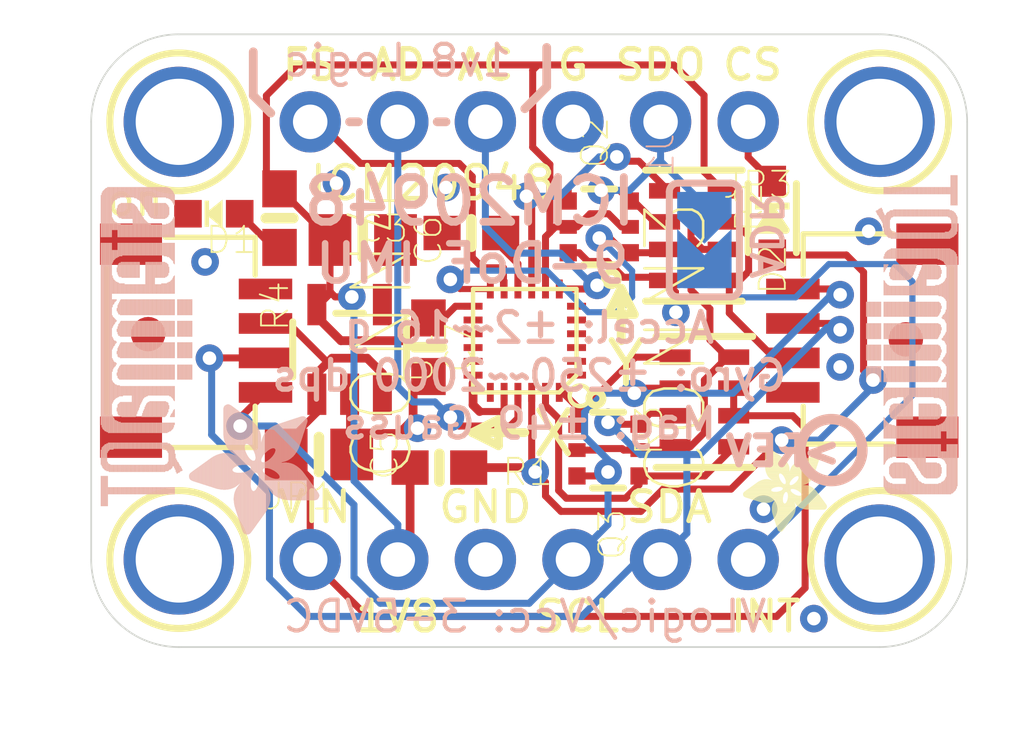
<source format=kicad_pcb>
(kicad_pcb (version 20211014) (generator pcbnew)
  (layers (0 "F.Cu" signal) (31 "B.Cu" signal) (34 "B.Paste" user) (35 "F.Paste" user) (36 "B.SilkS" user "B.Silkscreen") (37 "F.SilkS" user "F.Silkscreen") (38 "B.Mask" user) (39 "F.Mask" user) (44 "Edge.Cuts" user))
  (net 0 "")
  (net 1 "GND")
  (net 2 "VIN")
  (net 3 "INT")
  (net 4 "CS")
  (net 5 "CS_1.8V")
  (net 6 "SDO/ADR_1.8V")
  (net 7 "SDI/SDA")
  (net 8 "SCK/SCL")
  (net 9 "FSYNC")
  (net 10 "AUX_SCL")
  (net 11 "AUX_SDA")
  (net 12 "SCK/SCL_1.8V")
  (net 13 "SDI/SDA_1.8V")
  (net 14 "REGOUT")
  (net 15 "1.8V")
  (net 16 "SDO/ADR")
  (net 17 "N$1")
  (net 18 "INT_1.8V")
  (footprint "Adafruit ICM20948:0805-NO" (layer "F.Cu") (at 142.4051 108.3056)
    (fp_text reference "C5" (at 1.905 -0.762 90) (layer "F.SilkS") (effects (font (size 0.75948 0.75948) (thickness 0.05332)) (justify right)))
    (fp_text value "10uF")
    (pad "1" smd rect (at -0.95 0) (size 1.24 1.5) (layers "F.Cu" "F.Paste" "F.Mask") (net 2 "VIN"))
    (pad "2" smd rect (at 0.95 0) (size 1.24 1.5) (layers "F.Cu" "F.Paste" "F.Mask") (net 1 "GND"))
  )
  (footprint "Adafruit ICM20948:CHIPLED_0603_NOOUTLINE" (layer "F.Cu") (at 139.3571 101.3206 90)
    (fp_text reference "D1" (at -0.762 1.27) (layer "F.SilkS") (effects (font (size 0.75948 0.75948) (thickness 0.05332)) (justify right)))
    (fp_text value "RED")
    (pad "A" smd rect (at 0 0.75 90) (size 0.8 0.8) (layers "F.Cu" "F.Paste" "F.Mask") (net 17 "N$1"))
    (pad "C" smd rect (at 0 -0.75 90) (size 0.8 0.8) (layers "F.Cu" "F.Paste" "F.Mask") (net 1 "GND"))
  )
  (footprint "Adafruit ICM20948:FIDUCIAL_1MM" (layer "F.Cu") (at 159.4231 104.9655)
    (fp_text reference "FID4" hide)
    (fp_text value "FIDUCIAL_1MM" hide)
    (pad "1" smd roundrect (at 0 0) (size 1 1) (layers "F.Cu" "F.Mask") (roundrect_rratio 0.5))
  )
  (footprint "Adafruit ICM20948:SOT363" (layer "F.Cu") (at 150.5331 101.7016 90)
    (fp_text reference "Q2" (at 1.651 -0.127 90) (layer "F.SilkS") (effects (font (size 0.75948 0.75948) (thickness 0.05332)) (justify left)))
    (fp_text value "BSS138")
    (pad "1" smd rect (at -0.75 0.9 90) (size 0.5 0.5) (layers "F.Cu" "F.Paste" "F.Mask") (net 18 "INT_1.8V"))
    (pad "2" smd rect (at 0 0.9 90) (size 0.4 0.5) (layers "F.Cu" "F.Paste" "F.Mask") (net 15 "1.8V"))
    (pad "3" smd rect (at 0.75 0.9 90) (size 0.5 0.5) (layers "F.Cu" "F.Paste" "F.Mask") (net 16 "SDO/ADR"))
    (pad "4" smd rect (at 0.75 -0.9 90) (size 0.5 0.5) (layers "F.Cu" "F.Paste" "F.Mask") (net 6 "SDO/ADR_1.8V"))
    (pad "5" smd rect (at 0 -0.9 90) (size 0.4 0.5) (layers "F.Cu" "F.Paste" "F.Mask") (net 15 "1.8V"))
    (pad "6" smd rect (at -0.75 -0.9 90) (size 0.5 0.5) (layers "F.Cu" "F.Paste" "F.Mask") (net 3 "INT"))
  )
  (footprint "Adafruit ICM20948:MOUNTINGHOLE_2.5_PLATED" (layer "F.Cu") (at 158.6611 98.6536)
    (fp_text reference "U$39" hide)
    (fp_text value "MOUNTINGHOLE2.5" hide)
    (pad "P$1" thru_hole circle (at 0 0) (size 3.2 3.2) (drill 2.5) (layers *.Cu *.Mask))
  )
  (footprint "Adafruit ICM20948:0603-NO" (layer "F.Cu") (at 145.5801 105.1941 -90)
    (fp_text reference "C7" (at -0.762 -0.889 90) (layer "F.SilkS") (effects (font (size 0.75948 0.75948) (thickness 0.05332)) (justify right)))
    (fp_text value "0.1uF")
    (pad "1" smd rect (at -0.85 0 270) (size 1.075 1) (layers "F.Cu" "F.Paste" "F.Mask") (net 15 "1.8V"))
    (pad "2" smd rect (at 0.85 0 270) (size 1.075 1) (layers "F.Cu" "F.Paste" "F.Mask") (net 1 "GND"))
  )
  (footprint "Adafruit ICM20948:0805-NO" (layer "F.Cu") (at 143.6751 102.0826)
    (fp_text reference "C6" (at 1.905 -0.762 90) (layer "F.SilkS") (effects (font (size 0.75948 0.75948) (thickness 0.05332)) (justify right)))
    (fp_text value "10uF")
    (pad "1" smd rect (at -0.95 0) (size 1.24 1.5) (layers "F.Cu" "F.Paste" "F.Mask") (net 15 "1.8V"))
    (pad "2" smd rect (at 0.95 0) (size 1.24 1.5) (layers "F.Cu" "F.Paste" "F.Mask") (net 1 "GND"))
  )
  (footprint "Adafruit ICM20948:JST_SH4" (layer "F.Cu") (at 138.3411 105.0036 -90)
    (fp_text reference "CONN4" (at -4.6 -5.9 90) (layer "F.SilkS") (effects (font (size 1.703222 1.703222) (thickness 0.074778)) (justify right)))
    (fp_text value "STEMMA_I2C_QT" hide)
    (pad "1" smd rect (at -1.5 -2.514) (size 1.55 0.6) (layers "F.Cu" "F.Paste" "F.Mask") (net 1 "GND"))
    (pad "2" smd rect (at -0.5 -2.514) (size 1.55 0.6) (layers "F.Cu" "F.Paste" "F.Mask") (net 2 "VIN"))
    (pad "3" smd rect (at 0.5 -2.514) (size 1.55 0.6) (layers "F.Cu" "F.Paste" "F.Mask") (net 7 "SDI/SDA"))
    (pad "4" smd rect (at 1.5 -2.514) (size 1.55 0.6) (layers "F.Cu" "F.Paste" "F.Mask") (net 8 "SCK/SCL"))
    (pad "MT1" smd rect (at -2.8 1.386) (size 1.8 1.2) (layers "F.Cu" "F.Paste" "F.Mask") (net 1 "GND"))
    (pad "MT2" smd rect (at 2.8 1.386) (size 1.8 1.2) (layers "F.Cu" "F.Paste" "F.Mask") (net 1 "GND"))
  )
  (footprint "Adafruit ICM20948:RESPACK_4X0603" (layer "F.Cu") (at 153.2763 101.9556 -90)
    (fp_text reference "R2" (at -1.6 -1.6 90) (layer "F.SilkS") (effects (font (size 0.75948 0.75948) (thickness 0.05332)) (justify right)))
    (fp_text value "4.7K")
    (pad "1" smd rect (at -1.3 0.85 270) (size 0.45 0.9) (layers "F.Cu" "F.Paste" "F.Mask") (net 6 "SDO/ADR_1.8V"))
    (pad "2" smd rect (at -0.4 0.85 270) (size 0.45 0.9) (layers "F.Cu" "F.Paste" "F.Mask") (net 16 "SDO/ADR"))
    (pad "3" smd rect (at 0.4 0.85 270) (size 0.45 0.9) (layers "F.Cu" "F.Paste" "F.Mask") (net 18 "INT_1.8V"))
    (pad "4" smd rect (at 1.3 0.85 270) (size 0.45 0.9) (layers "F.Cu" "F.Paste" "F.Mask") (net 3 "INT"))
    (pad "5" smd rect (at 1.3 -0.85 270) (size 0.45 0.9) (layers "F.Cu" "F.Paste" "F.Mask") (net 2 "VIN"))
    (pad "6" smd rect (at 0.4 -0.85 270) (size 0.45 0.9) (layers "F.Cu" "F.Paste" "F.Mask") (net 15 "1.8V"))
    (pad "7" smd rect (at -0.4 -0.85 270) (size 0.45 0.9) (layers "F.Cu" "F.Paste" "F.Mask") (net 2 "VIN"))
    (pad "8" smd rect (at -1.3 -0.85 270) (size 0.45 0.9) (layers "F.Cu" "F.Paste" "F.Mask") (net 15 "1.8V"))
  )
  (footprint "Adafruit ICM20948:MOUNTINGHOLE_2.5_PLATED" (layer "F.Cu") (at 138.3411 111.3536)
    (fp_text reference "U$41" hide)
    (fp_text value "MOUNTINGHOLE2.5" hide)
    (pad "P$1" thru_hole circle (at 0 0) (size 3.2 3.2) (drill 2.5) (layers *.Cu *.Mask))
  )
  (footprint "Adafruit ICM20948:FIDUCIAL_1MM" (layer "F.Cu") (at 137.4521 104.8131)
    (fp_text reference "FID2" hide)
    (fp_text value "FIDUCIAL_1MM" hide)
    (pad "1" smd roundrect (at 0 0) (size 1 1) (layers "F.Cu" "F.Mask") (roundrect_rratio 0.5))
  )
  (footprint "Adafruit ICM20948:0603-NO" (layer "F.Cu") (at 145.8976 108.6866)
    (fp_text reference "R1" (at 1.778 0.127) (layer "F.SilkS") (effects (font (size 0.75948 0.75948) (thickness 0.05332)) (justify left)))
    (fp_text value "10K")
    (pad "1" smd rect (at -0.85 0) (size 1.075 1) (layers "F.Cu" "F.Paste" "F.Mask") (net 15 "1.8V"))
    (pad "2" smd rect (at 0.85 0) (size 1.075 1) (layers "F.Cu" "F.Paste" "F.Mask") (net 5 "CS_1.8V"))
  )
  (footprint "Adafruit ICM20948:MOUNTINGHOLE_2.5_PLATED" (layer "F.Cu") (at 138.3411 98.6536)
    (fp_text reference "U$38" hide)
    (fp_text value "MOUNTINGHOLE2.5" hide)
    (pad "P$1" thru_hole circle (at 0 0) (size 3.2 3.2) (drill 2.5) (layers *.Cu *.Mask))
  )
  (footprint "Adafruit ICM20948:JST_SH4" (layer "F.Cu") (at 158.6611 105.0036 90)
    (fp_text reference "CONN3" (at -4.6 -5.9 90) (layer "F.SilkS") (effects (font (size 1.703222 1.703222) (thickness 0.074778)) (justify left)))
    (fp_text value "STEMMA_I2C_QT" hide)
    (pad "1" smd rect (at -1.5 -2.514 180) (size 1.55 0.6) (layers "F.Cu" "F.Paste" "F.Mask") (net 1 "GND"))
    (pad "2" smd rect (at -0.5 -2.514 180) (size 1.55 0.6) (layers "F.Cu" "F.Paste" "F.Mask") (net 2 "VIN"))
    (pad "3" smd rect (at 0.5 -2.514 180) (size 1.55 0.6) (layers "F.Cu" "F.Paste" "F.Mask") (net 7 "SDI/SDA"))
    (pad "4" smd rect (at 1.5 -2.514 180) (size 1.55 0.6) (layers "F.Cu" "F.Paste" "F.Mask") (net 8 "SCK/SCL"))
    (pad "MT1" smd rect (at -2.8 1.386 180) (size 1.8 1.2) (layers "F.Cu" "F.Paste" "F.Mask") (net 1 "GND"))
    (pad "MT2" smd rect (at 2.8 1.386 180) (size 1.8 1.2) (layers "F.Cu" "F.Paste" "F.Mask") (net 1 "GND"))
  )
  (footprint "Adafruit ICM20948:RESPACK_4X0603" (layer "F.Cu") (at 153.5811 106.7816 90)
    (fp_text reference "R3" (at -1.6 -1.6 90) (layer "F.SilkS") (effects (font (size 0.75948 0.75948) (thickness 0.05332)) (justify left)))
    (fp_text value "10K")
    (pad "1" smd rect (at -1.3 0.85 90) (size 0.45 0.9) (layers "F.Cu" "F.Paste" "F.Mask") (net 12 "SCK/SCL_1.8V"))
    (pad "2" smd rect (at -0.4 0.85 90) (size 0.45 0.9) (layers "F.Cu" "F.Paste" "F.Mask") (net 2 "VIN"))
    (pad "3" smd rect (at 0.4 0.85 90) (size 0.45 0.9) (layers "F.Cu" "F.Paste" "F.Mask") (net 2 "VIN"))
    (pad "4" smd rect (at 1.3 0.85 90) (size 0.45 0.9) (layers "F.Cu" "F.Paste" "F.Mask") (net 15 "1.8V"))
    (pad "5" smd rect (at 1.3 -0.85 90) (size 0.45 0.9) (layers "F.Cu" "F.Paste" "F.Mask") (net 13 "SDI/SDA_1.8V"))
    (pad "6" smd rect (at 0.4 -0.85 90) (size 0.45 0.9) (layers "F.Cu" "F.Paste" "F.Mask") (net 8 "SCK/SCL"))
    (pad "7" smd rect (at -0.4 -0.85 90) (size 0.45 0.9) (layers "F.Cu" "F.Paste" "F.Mask") (net 7 "SDI/SDA"))
    (pad "8" smd rect (at -1.3 -0.85 90) (size 0.45 0.9) (layers "F.Cu" "F.Paste" "F.Mask") (net 15 "1.8V"))
  )
  (footprint "Adafruit ICM20948:SOT363" (layer "F.Cu") (at 150.7871 108.1786 -90)
    (fp_text reference "Q3" (at 1.651 -0.127 90) (layer "F.SilkS") (effects (font (size 0.75948 0.75948) (thickness 0.05332)) (justify right)))
    (fp_text value "BSS138")
    (pad "1" smd rect (at -0.75 0.9 270) (size 0.5 0.5) (layers "F.Cu" "F.Paste" "F.Mask") (net 13 "SDI/SDA_1.8V"))
    (pad "2" smd rect (at 0 0.9 270) (size 0.4 0.5) (layers "F.Cu" "F.Paste" "F.Mask") (net 15 "1.8V"))
    (pad "3" smd rect (at 0.75 0.9 270) (size 0.5 0.5) (layers "F.Cu" "F.Paste" "F.Mask") (net 8 "SCK/SCL"))
    (pad "4" smd rect (at 0.75 -0.9 270) (size 0.5 0.5) (layers "F.Cu" "F.Paste" "F.Mask") (net 12 "SCK/SCL_1.8V"))
    (pad "5" smd rect (at 0 -0.9 270) (size 0.4 0.5) (layers "F.Cu" "F.Paste" "F.Mask") (net 15 "1.8V"))
    (pad "6" smd rect (at -0.75 -0.9 270) (size 0.5 0.5) (layers "F.Cu" "F.Paste" "F.Mask") (net 7 "SDI/SDA"))
  )
  (footprint "Adafruit ICM20948:0603-NO" (layer "F.Cu") (at 146.8247 101.8794 180)
    (fp_text reference "C3" (at 1.778 0.127) (layer "F.SilkS") (effects (font (size 0.75948 0.75948) (thickness 0.05332)) (justify right)))
    (fp_text value "0.1uF")
    (pad "1" smd rect (at -0.85 0 180) (size 1.075 1) (layers "F.Cu" "F.Paste" "F.Mask") (net 14 "REGOUT"))
    (pad "2" smd rect (at 0.85 0 180) (size 1.075 1) (layers "F.Cu" "F.Paste" "F.Mask") (net 1 "GND"))
  )
  (footprint "Adafruit ICM20948:SOD-323_MINI" (layer "F.Cu") (at 155.5496 101.4476 -90)
    (fp_text reference "D2" (at 0.716 -0.016 90) (layer "F.SilkS") (effects (font (size 0.75948 0.75948) (thickness 0.05332)) (justify right)))
    (fp_text value "1n4148")
    (pad "A" smd rect (at 1.07 0 270) (size 0.9 0.8) (layers "F.Cu" "F.Paste" "F.Mask") (net 5 "CS_1.8V"))
    (pad "C" smd rect (at -1.07 0 270) (size 0.9 0.8) (layers "F.Cu" "F.Paste" "F.Mask") (net 4 "CS"))
  )
  (footprint "Adafruit ICM20948:ADAFRUIT_2.5MM" (layer "F.Cu") (at 157.1371 108.1151 180)
    (fp_text reference "U$2" hide)
    (fp_text value "" hide)
  )
  (footprint "Adafruit ICM20948:MOUNTINGHOLE_2.5_PLATED" (layer "F.Cu") (at 158.6611 111.3536)
    (fp_text reference "U$42" hide)
    (fp_text value "MOUNTINGHOLE2.5" hide)
    (pad "P$1" thru_hole circle (at 0 0) (size 3.2 3.2) (drill 2.5) (layers *.Cu *.Mask))
  )
  (footprint "Adafruit ICM20948:1X06_ROUND_70" (layer "F.Cu") (at 148.5011 98.6536 180)
    (fp_text reference "JP3" (at -7.6962 -1.8288) (layer "F.SilkS") (effects (font (size 0.75948 0.75948) (thickness 0.05332)) (justify right)))
    (fp_text value "")
    (pad "1" thru_hole circle (at -6.35 0 270) (size 1.778 1.778) (drill 1) (layers *.Cu *.Mask) (net 4 "CS"))
    (pad "2" thru_hole circle (at -3.81 0 270) (size 1.778 1.778) (drill 1) (layers *.Cu *.Mask) (net 16 "SDO/ADR"))
    (pad "3" thru_hole circle (at -1.27 0 270) (size 1.778 1.778) (drill 1) (layers *.Cu *.Mask) (net 1 "GND"))
    (pad "4" thru_hole circle (at 1.27 0 270) (size 1.778 1.778) (drill 1) (layers *.Cu *.Mask) (net 10 "AUX_SCL"))
    (pad "5" thru_hole circle (at 3.81 0 270) (size 1.778 1.778) (drill 1) (layers *.Cu *.Mask) (net 11 "AUX_SDA"))
    (pad "6" thru_hole circle (at 6.35 0 270) (size 1.778 1.778) (drill 1) (layers *.Cu *.Mask) (net 9 "FSYNC"))
  )
  (footprint "Adafruit ICM20948:1X06_ROUND_70" (layer "F.Cu") (at 148.5011 111.3536)
    (fp_text reference "JP1" (at -7.6962 -1.8288) (layer "F.SilkS") (effects (font (size 0.75948 0.75948) (thickness 0.05332)) (justify left)))
    (fp_text value "")
    (pad "1" thru_hole circle (at -6.35 0 90) (size 1.778 1.778) (drill 1) (layers *.Cu *.Mask) (net 2 "VIN"))
    (pad "2" thru_hole circle (at -3.81 0 90) (size 1.778 1.778) (drill 1) (layers *.Cu *.Mask) (net 15 "1.8V"))
    (pad "3" thru_hole circle (at -1.27 0 90) (size 1.778 1.778) (drill 1) (layers *.Cu *.Mask) (net 1 "GND"))
    (pad "4" thru_hole circle (at 1.27 0 90) (size 1.778 1.778) (drill 1) (layers *.Cu *.Mask) (net 8 "SCK/SCL"))
    (pad "5" thru_hole circle (at 3.81 0 90) (size 1.778 1.778) (drill 1) (layers *.Cu *.Mask) (net 7 "SDI/SDA"))
    (pad "6" thru_hole circle (at 6.35 0 90) (size 1.778 1.778) (drill 1) (layers *.Cu *.Mask) (net 3 "INT"))
  )
  (footprint "Adafruit ICM20948:0603-NO" (layer "F.Cu") (at 141.2621 101.4476 -90)
    (fp_text reference "R4" (at 1.778 0.127 90) (layer "F.SilkS") (effects (font (size 0.75948 0.75948) (thickness 0.05332)) (justify right)))
    (fp_text value "1K")
    (pad "1" smd rect (at -0.85 0 270) (size 1.075 1) (layers "F.Cu" "F.Paste" "F.Mask") (net 15 "1.8V"))
    (pad "2" smd rect (at 0.85 0 270) (size 1.075 1) (layers "F.Cu" "F.Paste" "F.Mask") (net 17 "N$1"))
  )
  (footprint "Adafruit ICM20948:QFN24_3MM_NOEP" (layer "F.Cu") (at 148.3741 105.0036 180)
    (fp_text reference "U$21" hide)
    (fp_text value "MPU-9250_ICM20948" hide)
    (pad "1" smd rect (at -1.5 -1 270) (size 0.2 0.55) (layers "F.Cu" "F.Paste" "F.Mask"))
    (pad "2" smd rect (at -1.5 -0.6 270) (size 0.2 0.55) (layers "F.Cu" "F.Paste" "F.Mask"))
    (pad "3" smd rect (at -1.5 -0.2 270) (size 0.2 0.55) (layers "F.Cu" "F.Paste" "F.Mask"))
    (pad "4" smd rect (at -1.5 0.2 270) (size 0.2 0.55) (layers "F.Cu" "F.Paste" "F.Mask"))
    (pad "5" smd rect (at -1.5 0.6 270) (size 0.2 0.55) (layers "F.Cu" "F.Paste" "F.Mask"))
    (pad "6" smd rect (at -1.5 1 270) (size 0.2 0.55) (layers "F.Cu" "F.Paste" "F.Mask"))
    (pad "7" smd rect (at -1 1.5) (size 0.2 0.55) (layers "F.Cu" "F.Paste" "F.Mask") (net 10 "AUX_SCL"))
    (pad "8" smd rect (at -0.6 1.5) (size 0.2 0.55) (layers "F.Cu" "F.Paste" "F.Mask") (net 15 "1.8V"))
    (pad "9" smd rect (at -0.2 1.5) (size 0.2 0.55) (layers "F.Cu" "F.Paste" "F.Mask") (net 6 "SDO/ADR_1.8V"))
    (pad "10" smd rect (at 0.2 1.5) (size 0.2 0.55) (layers "F.Cu" "F.Paste" "F.Mask") (net 14 "REGOUT"))
    (pad "11" smd rect (at 0.6 1.5) (size 0.2 0.55) (layers "F.Cu" "F.Paste" "F.Mask") (net 9 "FSYNC"))
    (pad "12" smd rect (at 1 1.5) (size 0.2 0.55) (layers "F.Cu" "F.Paste" "F.Mask") (net 18 "INT_1.8V"))
    (pad "13" smd rect (at 1.5 1 270) (size 0.2 0.55) (layers "F.Cu" "F.Paste" "F.Mask") (net 15 "1.8V"))
    (pad "14" smd rect (at 1.5 0.6 270) (size 0.2 0.55) (layers "F.Cu" "F.Paste" "F.Mask"))
    (pad "15" smd rect (at 1.5 0.2 270) (size 0.2 0.55) (layers "F.Cu" "F.Paste" "F.Mask"))
    (pad "16" smd rect (at 1.5 -0.2 270) (size 0.2 0.55) (layers "F.Cu" "F.Paste" "F.Mask"))
    (pad "17" smd rect (at 1.5 -0.6 270) (size 0.2 0.55) (layers "F.Cu" "F.Paste" "F.Mask"))
    (pad "18" smd rect (at 1.5 -1 270) (size 0.2 0.55) (layers "F.Cu" "F.Paste" "F.Mask") (net 1 "GND"))
    (pad "19" smd rect (at 1 -1.5) (size 0.2 0.55) (layers "F.Cu" "F.Paste" "F.Mask"))
    (pad "20" smd rect (at 0.6 -1.5) (size 0.2 0.55) (layers "F.Cu" "F.Paste" "F.Mask") (net 1 "GND"))
    (pad "21" smd rect (at 0.2 -1.5) (size 0.2 0.55) (layers "F.Cu" "F.Paste" "F.Mask") (net 11 "AUX_SDA"))
    (pad "22" smd rect (at -0.2 -1.5) (size 0.2 0.55) (layers "F.Cu" "F.Paste" "F.Mask") (net 5 "CS_1.8V"))
    (pad "23" smd rect (at -0.6 -1.5) (size 0.2 0.55) (layers "F.Cu" "F.Paste" "F.Mask") (net 12 "SCK/SCL_1.8V"))
    (pad "24" smd rect (at -1 -1.5) (size 0.2 0.55) (layers "F.Cu" "F.Paste" "F.Mask") (net 13 "SDI/SDA_1.8V"))
  )
  (footprint "Adafruit ICM20948:SOT23-5" (layer "F.Cu") (at 143.2941 105.2576)
    (fp_text reference "U1" (at 2.032 -0.562 90) (layer "F.SilkS") (effects (font (size 0.75948 0.75948) (thickness 0.05332)) (justify right)))
    (fp_text value "MIC5225-1.8V")
    (pad "1" smd rect (at -0.95 1.3001) (size 0.55 1.2) (layers "F.Cu" "F.Paste" "F.Mask") (net 2 "VIN"))
    (pad "2" smd rect (at 0 1.3001) (size 0.55 1.2) (layers "F.Cu" "F.Paste" "F.Mask") (net 1 "GND"))
    (pad "3" smd rect (at 0.95 1.3001) (size 0.55 1.2) (layers "F.Cu" "F.Paste" "F.Mask") (net 2 "VIN"))
    (pad "4" smd rect (at 0.95 -1.3001) (size 0.55 1.2) (layers "F.Cu" "F.Paste" "F.Mask"))
    (pad "5" smd rect (at -0.95 -1.3001) (size 0.55 1.2) (layers "F.Cu" "F.Paste" "F.Mask") (net 15 "1.8V"))
  )
  (footprint "Adafruit ICM20948:ADAFRUIT_3.5MM" (layer "B.Cu") (at 142.4305 106.8324 -90)
    (fp_text reference "U$12" hide)
    (fp_text value "" hide)
  )
  (footprint "Adafruit ICM20948:STEMMAQT" (layer "B.Cu") (at 138.7221 100.5586 -90)
    (fp_text reference "U$47" hide)
    (fp_text value "" hide)
  )
  (footprint "Adafruit ICM20948:SOLDERJUMPER_ARROW_NOPASTE" (layer "B.Cu") (at 153.5811 102.0826 -90)
    (fp_text reference "SJ1" (at -1.778 1.27 -270) (layer "B.SilkS") (effects (font (size 0.75948 0.75948) (thickness 0.05332)) (justify right mirror)))
    (fp_text value "")
    (fp_poly (pts (xy 0.106121 -0.002663) (xy -0.679416 -0.7882) (xy -1.3946 -0.7882) (xy -1.3946 0.7882) (xy -0.62715 0.7882)) (layer "B.Cu") (width 0) (fill solid))
    (fp_poly (pts (xy 1.3946 -0.7882) (xy -0.315893 -0.7882) (xy 0.443148 0) (xy -0.315893 0.7882) (xy 1.3946 0.7882)) (layer "B.Cu") (width 0) (fill solid))
    (pad "1" smd roundrect (at -1.016 0 270) (size 0.762 1.524) (layers "B.Cu") (net 16 "SDO/ADR"))
    (pad "2" smd roundrect (at 1.016 0 270) (size 0.762 1.524) (layers "B.Cu") (net 1 "GND"))
  )
  (footprint "Adafruit ICM20948:STEMMAQT" (layer "B.Cu") (at 158.2801 109.4486 90)
    (fp_text reference "U$46" hide)
    (fp_text value "" hide)
  )
  (footprint "Adafruit ICM20948:PCBFEAT-REV-040" (layer "B.Cu") (at 157.2641 108.1786 180)
    (fp_text reference "U$45" hide)
    (fp_text value "" hide)
    (fp_text user ">REV" (at -0.3556 -0.508) (layer "B.SilkS") (effects (font (size 0.8128 0.8128) (thickness 0.2032)) (justify left bottom mirror)))
  )
  (gr_line (start 149.0091 96.4946) (end 149.0091 97.6376) (layer "B.SilkS") (width 0.254))
  (gr_line (start 145.8341 98.6536) (end 146.0881 98.6536) (layer "B.SilkS") (width 0.254))
  (gr_line (start 143.2941 98.6536) (end 143.5481 98.6536) (layer "B.SilkS") (width 0.254))
  (gr_line (start 140.5001 97.8916) (end 141.0081 98.3996) (layer "B.SilkS") (width 0.254))
  (gr_line (start 140.5001 96.6216) (end 140.5001 97.8916) (layer "B.SilkS") (width 0.254))
  (gr_line (start 149.0091 97.6376) (end 148.3741 98.2726) (layer "B.SilkS") (width 0.254))
  (gr_line (start 150.7871 104.2416) (end 151.5491 104.2416) (layer "F.SilkS") (width 0.254))
  (gr_line (start 146.8501 107.6706) (end 147.6121 107.2896) (layer "F.SilkS") (width 0.254))
  (gr_line (start 147.6121 107.2896) (end 147.6121 108.0516) (layer "F.SilkS") (width 0.254))
  (gr_line (start 151.1681 103.7336) (end 151.1681 105.0036) (layer "F.SilkS") (width 0.254))
  (gr_line (start 147.6121 108.0516) (end 146.8501 107.6706) (layer "F.SilkS") (width 0.254))
  (gr_line (start 150.7871 104.2416) (end 151.1681 103.4796) (layer "F.SilkS") (width 0.254))
  (gr_line (start 151.1681 103.4796) (end 151.5491 104.2416) (layer "F.SilkS") (width 0.254))
  (gr_line (start 146.8501 107.6706) (end 148.3741 107.6706) (layer "F.SilkS") (width 0.254))
  (gr_line (start 135.8011 98.6536) (end 135.8011 111.3536) (layer "Edge.Cuts") (width 0.05))
  (gr_arc (start 138.3411 113.8936) (mid 136.545049 113.149651) (end 135.8011 111.3536) (layer "Edge.Cuts") (width 0.05))
  (gr_arc (start 135.8011 98.6536) (mid 136.545049 96.857549) (end 138.3411 96.1136) (layer "Edge.Cuts") (width 0.05))
  (gr_line (start 138.3411 113.8936) (end 158.6611 113.8936) (layer "Edge.Cuts") (width 0.05))
  (gr_arc (start 158.6611 96.1136) (mid 160.457151 96.857549) (end 161.2011 98.6536) (layer "Edge.Cuts") (width 0.05))
  (gr_arc (start 161.2011 111.3536) (mid 160.457151 113.149651) (end 158.6611 113.8936) (layer "Edge.Cuts") (width 0.05))
  (gr_line (start 161.2011 111.3536) (end 161.2011 98.6536) (layer "Edge.Cuts") (width 0.05))
  (gr_line (start 158.6611 96.1136) (end 138.3411 96.1136) (layer "Edge.Cuts") (width 0.05))
  (gr_text "ICM20948" (at 146.7739 100.965) (layer "B.SilkS") (effects (font (size 1.2954 1.2954) (thickness 0.2286)) (justify mirror)))
  (gr_text "VLogic/Vcc: 3-5VDC" (at 148.3741 113.0046) (layer "B.SilkS") (effects (font (size 0.89408 0.89408) (thickness 0.12192)) (justify mirror)))
  (gr_text "9-DoF IMU" (at 146.8501 102.7684) (layer "B.SilkS") (effects (font (size 1.0795 1.0795) (thickness 0.1905)) (justify mirror)))
  (gr_text "Accel: ±2~~16 g\nGyro: ±250~~2000 dps\nMag: ±49 Gauss" (at 148.5011 106.0196) (layer "B.SilkS") (effects (font (size 0.8636 0.8636) (thickness 0.1524)) (justify mirror)))
  (gr_text "ADR" (at 155.3591 101.9556 -90) (layer "B.SilkS") (effects (font (size 0.8636 0.8636) (thickness 0.1524)) (justify mirror)))
  (gr_text "1v8 Logic" (at 144.6911 96.8756) (layer "B.SilkS") (effects (font (size 0.89408 0.89408) (thickness 0.12192)) (justify mirror)))
  (gr_text "G" (at 149.7711 97.0026) (layer "F.SilkS") (effects (font (size 0.8636 0.8636) (thickness 0.1524))))
  (gr_text "FS" (at 142.1511 97.0026) (layer "F.SilkS") (effects (font (size 0.8636 0.8636) (thickness 0.1524))))
  (gr_text "SDO" (at 152.3111 97.0026) (layer "F.SilkS") (effects (font (size 0.8636 0.8636) (thickness 0.1524))))
  (gr_text "SCL" (at 149.8981 113.0046) (layer "F.SilkS") (effects (font (size 0.87376 0.87376) (thickness 0.14224))))
  (gr_text "X" (at 148.5011 108.4326) (layer "F.SilkS") (effects (font (size 1.251712 1.251712) (thickness 0.170688)) (justify left bottom)))
  (gr_text "ICM20948" (at 145.7071 100.4316) (layer "F.SilkS") (effects (font (size 0.961136 0.961136) (thickness 0.131064))))
  (gr_text "1V8" (at 144.6911 113.0046) (layer "F.SilkS") (effects (font (size 0.8636 0.8636) (thickness 0.1524))))
  (gr_text "on" (at 136.1821 101.4476) (layer "F.SilkS") (effects (font (size 0.89408 0.89408) (thickness 0.12192)) (justify left bottom)))
  (gr_text "SDA" (at 152.5651 109.8296) (layer "F.SilkS") (effects (font (size 0.87376 0.87376) (thickness 0.14224))))
  (gr_text "AD" (at 144.6911 97.0026) (layer "F.SilkS") (effects (font (size 0.8636 0.8636) (thickness 0.1524))))
  (gr_text "VIN" (at 142.2781 109.8296) (layer "F.SilkS") (effects (font (size 0.87376 0.87376) (thickness 0.14224))))
  (gr_text "AC" (at 147.2311 97.0026) (layer "F.SilkS") (effects (font (size 0.8636 0.8636) (thickness 0.1524))))
  (gr_text "CS" (at 154.9781 97.0026) (layer "F.SilkS") (effects (font (size 0.8636 0.8636) (thickness 0.1524))))
  (gr_text "INT" (at 155.3591 113.0046) (layer "F.SilkS") (effects (font (size 0.87376 0.87376) (thickness 0.14224))))
  (gr_text "Y" (at 150.6601 106.4006) (layer "F.SilkS") (effects (font (size 1.251712 1.251712) (thickness 0.170688)) (justify left bottom)))
  (gr_text "GND" (at 147.2311 109.8296) (layer "F.SilkS") (effects (font (size 0.87376 0.87376) (thickness 0.14224))))
  (segment (start 143.3551 108.3056) (end 143.9901 107.6706) (width 0.2032) (layer "F.Cu") (net 1))
  (segment (start 145.1356 107.2896) (end 145.1356 106.4886) (width 0.254) (layer "F.Cu") (net 1))
  (segment (start 146.8741 106.8691) (end 146.8741 106.24185) (width 0.254) (layer "F.Cu") (net 1))
  (segment (start 147.0646 107.0596) (end 146.8741 106.8691) (width 0.254) (layer "F.Cu") (net 1))
  (segment (start 147.7741 107.0006) (end 147.7151 107.0596) (width 0.2032) (layer "F.Cu") (net 1))
  (segment (start 145.1356 106.4886) (end 145.5801 106.0441) (width 0.254) (layer "F.Cu") (net 1))
  (segment (start 143.9901 107.6706) (end 144.7546 107.6706) (width 0.2032) (layer "F.Cu") (net 1))
  (segment (start 143.2941 106.5577) (end 143.2941 108.2446) (width 0.2032) (layer "F.Cu") (net 1))
  (segment (start 144.7546 107.6706) (end 145.1356 107.2896) (width 0.254) (layer "F.Cu") (net 1))
  (segment (start 147.7741 106.5036) (end 147.7741 107.0006) (width 0.2032) (layer "F.Cu") (net 1))
  (segment (start 147.7151 107.0596) (end 147.0646 107.0596) (width 0.2032) (layer "F.Cu") (net 1))
  (segment (start 143.3551 108.3056) (end 143.2941 108.2446) (width 0.2032) (layer "F.Cu") (net 1))
  (segment (start 146.8741 106.24185) (end 146.8741 106.0036) (width 0.2032) (layer "F.Cu") (net 1))
  (via (at 146.0881 100.5586) (size 0.8001) (drill 0.3937) (layers "F.Cu" "B.Cu") (net 1))
  (via (at 158.3436 101.8286) (size 0.8001) (drill 0.3937) (layers "F.Cu" "B.Cu") (net 1))
  (via (at 142.9131 100.4316) (size 0.8001) (drill 0.3937) (layers "F.Cu" "B.Cu") (net 1))
  (via (at 139.1031 102.7176) (size 0.8001) (drill 0.3937) (layers "F.Cu" "B.Cu") (net 1))
  (via (at 157.5181 105.7656) (size 0.8001) (drill 0.3937) (layers "F.Cu" "B.Cu") (net 1))
  (via (at 155.2956 109.8931) (size 0.8001) (drill 0.3937) (layers "F.Cu" "B.Cu") (net 1))
  (via (at 156.7561 113.0681) (size 0.8001) (drill 0.3937) (layers "F.Cu" "B.Cu") (net 1))
  (via (at 145.2626 107.5436) (size 0.8001) (drill 0.3937) (layers "F.Cu" "B.Cu") (net 1))
  (segment (start 143.8021 113.0046) (end 155.6766 113.0046) (width 0.2032) (layer "F.Cu") (net 2))
  (segment (start 154.4511 101.5556) (end 154.1263 101.5556) (width 0.2032) (layer "F.Cu") (net 2))
  (segment (start 156.5021 107.5436) (end 156.1401 107.1816) (width 0.2032) (layer "F.Cu") (net 2))
  (segment (start 142.3441 105.9536) (end 142.6591 105.6386) (width 0.254) (layer "F.Cu") (net 2))
  (segment (start 142.3441 107.0991) (end 141.4551 107.9881) (width 0.2032) (layer "F.Cu") (net 2))
  (segment (start 154.8638 102.993032) (end 154.8638 101.9683) (width 0.2032) (layer "F.Cu") (net 2))
  (segment (start 155.479231 105.5036) (end 154.601231 106.3816) (width 0.2032) (layer "F.Cu") (net 2))
  (segment (start 142.3441 107.0991) (end 142.3441 106.5577) (width 0.2032) (layer "F.Cu") (net 2))
  (segment (start 155.479231 105.5036) (end 155.6051 105.5036) (width 0.2032) (layer "F.Cu") (net 2))
  (segment (start 142.7861 105.5116) (end 143.8021 105.5116) (width 0.254) (layer "F.Cu") (net 2))
  (segment (start 141.5241 104.5036) (end 142.6591 105.6386) (width 0.2032) (layer "F.Cu") (net 2))
  (segment (start 142.1511 111.3536) (end 142.1511 109.0016) (width 0.2032) (layer "F.Cu") (net 2))
  (segment (start 154.3041 103.4334) (end 154.3041 104.2026) (width 0.2032) (layer "F.Cu") (net 2))
  (segment (start 156.1401 107.1816) (end 154.4311 107.1816) (width 0.2032) (layer "F.Cu") (net 2))
  (segment (start 154.1263 103.2556) (end 154.601231 103.2556) (width 0.2032) (layer "F.Cu") (net 2))
  (segment (start 154.3041 104.2026) (end 155.6051 105.5036) (width 0.2032) (layer "F.Cu") (net 2))
  (segment (start 142.3441 106.5577) (end 142.3441 105.9536) (width 0.254) (layer "F.Cu") (net 2))
  (segment (start 142.6591 105.6386) (end 142.7861 105.5116) (width 0.254) (layer "F.Cu") (net 2))
  (segment (start 154.4311 107.1816) (end 154.4311 106.3816) (width 0.2032) (layer "F.Cu") (net 2))
  (segment (start 154.1263 103.2556) (end 154.3041 103.4334) (width 0.2032) (layer "F.Cu") (net 2))
  (segment (start 142.1511 111.3536) (end 143.8021 113.0046) (width 0.2032) (layer "F.Cu") (net 2))
  (segment (start 154.8638 102.993032) (end 154.601231 103.2556) (width 0.2032) (layer "F.Cu") (net 2))
  (segment (start 155.6051 105.5036) (end 156.1471 105.5036) (width 0.2032) (layer "F.Cu") (net 2))
  (segment (start 141.4551 108.3056) (end 141.4551 107.9881) (width 0.2032) (layer "F.Cu") (net 2))
  (segment (start 140.8551 104.5036) (end 141.5241 104.5036) (width 0.2032) (layer "F.Cu") (net 2))
  (segment (start 144.2441 105.9536) (end 143.8021 105.5116) (width 0.254) (layer "F.Cu") (net 2))
  (segment (start 155.6766 113.0046) (end 156.5021 112.1791) (width 0.2032) (layer "F.Cu") (net 2))
  (segment (start 156.5021 112.1791) (end 156.5021 107.5436) (width 0.2032) (layer "F.Cu") (net 2))
  (segment (start 154.8638 101.9683) (end 154.4511 101.5556) (width 0.2032) (layer "F.Cu") (net 2))
  (segment (start 144.2441 105.9536) (end 144.2441 106.5577) (width 0.254) (layer "F.Cu") (net 2))
  (segment (start 154.4311 106.3816) (end 154.601231 106.3816) (width 0.2032) (layer "F.Cu") (net 2))
  (segment (start 142.1511 109.0016) (end 141.4551 108.3056) (width 0.2032) (layer "F.Cu") (net 2))
  (segment (start 150.2046 102.7056) (end 149.9506 102.4516) (width 0.2032) (layer "F.Cu") (net 3))
  (segment (start 151.233125 103.162625) (end 150.7761 102.7056) (width 0.2032) (layer "F.Cu") (net 3))
  (segment (start 152.4263 103.2556) (end 152.333325 103.162625) (width 0.2032) (layer "F.Cu") (net 3))
  (segment (start 152.7556 103.5849) (end 152.7556 104.1781) (width 0.1778) (layer "F.Cu") (net 3))
  (segment (start 152.4263 103.2556) (end 152.7556 103.5849) (width 0.1778) (layer "F.Cu") (net 3))
  (segment (start 150.7761 102.7056) (end 150.2046 102.7056) (width 0.2032) (layer "F.Cu") (net 3))
  (segment (start 149.6331 102.4516) (end 149.9506 102.4516) (width 0.2032) (layer "F.Cu") (net 3))
  (segment (start 152.333325 103.162625) (end 151.233125 103.162625) (width 0.2032) (layer "F.Cu") (net 3))
  (via (at 152.7556 104.1781) (size 0.8001) (drill 0.3937) (layers "F.Cu" "B.Cu") (net 3))
  (segment (start 159.6136 106.5911) (end 154.8511 111.3536) (width 0.1778) (layer "B.Cu") (net 3))
  (segment (start 157.191031 102.7811) (end 159.1056 102.7811) (width 0.1778) (layer "B.Cu") (net 3))
  (segment (start 152.7556 104.1781) (end 153.1874 103.7463) (width 0.1778) (layer "B.Cu") (net 3))
  (segment (start 153.1874 103.7463) (end 156.225831 103.7463) (width 0.1778) (layer "B.Cu") (net 3))
  (segment (start 156.225831 103.7463) (end 157.191031 102.7811) (width 0.1778) (layer "B.Cu") (net 3))
  (segment (start 159.6136 103.2891) (end 159.6136 106.5911) (width 0.1778) (layer "B.Cu") (net 3))
  (segment (start 159.1056 102.7811) (end 159.6136 103.2891) (width 0.1778) (layer "B.Cu") (net 3))
  (segment (start 154.8511 99.6791) (end 155.5496 100.3776) (width 0.2032) (layer "F.Cu") (net 4))
  (segment (start 154.8511 98.6536) (end 154.8511 99.6791) (width 0.2032) (layer "F.Cu") (net 4))
  (segment (start 158.19755 103.01605) (end 158.19755 105.87355) (width 0.2032) (layer "F.Cu") (net 5))
  (segment (start 149.422781 109.9566) (end 151.7396 109.9566) (width 0.2032) (layer "F.Cu") (net 5))
  (segment (start 148.9741 109.11205) (end 148.9741 109.507919) (width 0.2032) (layer "F.Cu") (net 5))
  (segment (start 155.82265 107.888538) (end 155.776162 107.888538) (width 0.2032) (layer "F.Cu") (net 5))
  (segment (start 158.4706 106.1466) (end 158.19755 105.87355) (width 0.2032) (layer "F.Cu") (net 5))
  (segment (start 148.5741 106.5036) (end 148.5741 108.71205) (width 0.2032) (layer "F.Cu") (net 5))
  (segment (start 155.5496 102.5176) (end 157.6991 102.5176) (width 0.2032) (layer "F.Cu") (net 5))
  (segment (start 148.54865 108.6866) (end 148.67565 108.8136) (width 0.254) (layer "F.Cu") (net 5))
  (segment (start 148.9741 109.507919) (end 149.422781 109.9566) (width 0.2032) (layer "F.Cu") (net 5))
  (segment (start 148.67565 108.8136) (end 148.9741 109.11205) (width 0.2032) (layer "F.Cu") (net 5))
  (segment (start 146.7476 108.6866) (end 148.54865 108.6866) (width 0.254) (layer "F.Cu") (net 5))
  (segment (start 151.7396 109.9566) (end 152.3866 109.3096) (width 0.2032) (layer "F.Cu") (net 5))
  (segment (start 148.67565 108.8136) (end 148.5741 108.71205) (width 0.2032) (layer "F.Cu") (net 5))
  (segment (start 152.3866 109.3096) (end 154.3551 109.3096) (width 0.2032) (layer "F.Cu") (net 5))
  (segment (start 155.776162 107.888538) (end 154.3551 109.3096) (width 0.2032) (layer "F.Cu") (net 5))
  (segment (start 157.6991 102.5176) (end 158.19755 103.01605) (width 0.2032) (layer "F.Cu") (net 5))
  (via (at 155.82265 107.888538) (size 0.8001) (drill 0.3937) (layers "F.Cu" "B.Cu") (net 5))
  (via (at 158.4706 106.1466) (size 0.8001) (drill 0.3937) (layers "F.Cu" "B.Cu") (net 5))
  (via (at 148.67565 108.8136) (size 0.8001) (drill 0.3937) (layers "F.Cu" "B.Cu") (net 5))
  (segment (start 158.56585 106.24185) (end 156.919162 107.888538) (width 0.2032) (layer "B.Cu") (net 5))
  (segment (start 158.4706 106.1466) (end 158.56585 106.24185) (width 0.2032) (layer "B.Cu") (net 5))
  (segment (start 156.919162 107.888538) (end 155.82265 107.888538) (width 0.2032) (layer "B.Cu") (net 5))
  (segment (start 151.681231 99.7966) (end 152.4263 100.541669) (width 0.2032) (layer "F.Cu") (net 6))
  (segment (start 150.4071 99.7966) (end 149.6331 100.5706) (width 0.2032) (layer "F.Cu") (net 6))
  (segment (start 150.4071 99.7966) (end 151.0411 99.7966) (width 0.2032) (layer "F.Cu") (net 6))
  (segment (start 152.4263 100.541669) (end 152.4263 100.6556) (width 0.2032) (layer "F.Cu") (net 6))
  (segment (start 151.0411 99.6696) (end 151.0411 99.7966) (width 0.2032) (layer "F.Cu") (net 6))
  (segment (start 149.6331 100.9516) (end 149.6331 100.5706) (width 0.2032) (layer "F.Cu") (net 6))
  (segment (start 148.5741 103.5036) (end 148.5741 101.035782) (width 0.2032) (layer "F.Cu") (net 6))
  (segment (start 151.0411 99.7966) (end 151.681231 99.7966) (width 0.2032) (layer "F.Cu") (net 6))
  (segment (start 148.42165 100.883332) (end 148.42165 100.8126) (width 0.2032) (layer "F.Cu") (net 6))
  (segment (start 148.5741 101.035782) (end 148.42165 100.883332) (width 0.2032) (layer "F.Cu") (net 6))
  (via (at 151.0411 99.6696) (size 0.8001) (drill 0.3937) (layers "F.Cu" "B.Cu") (net 6))
  (via (at 148.42165 100.8126) (size 0.8001) (drill 0.3937) (layers "F.Cu" "B.Cu") (net 6))
  (segment (start 148.42165 100.8126) (end 149.391468 100.8126) (width 0.2032) (layer "B.Cu") (net 6))
  (segment (start 150.534468 99.6696) (end 149.391468 100.8126) (width 0.2032) (layer "B.Cu") (net 6))
  (segment (start 150.534468 99.6696) (end 151.0411 99.6696) (width 0.2032) (layer "B.Cu") (net 6))
  (segment (start 157.3356 104.5036) (end 156.1471 104.5036) (width 0.2032) (layer "F.Cu") (net 7))
  (segment (start 157.5181 104.6861) (end 157.3356 104.5036) (width 0.2032) (layer "F.Cu") (net 7))
  (segment (start 152.0051 107.1106) (end 151.6871 107.4286) (width 0.2032) (layer "F.Cu") (net 7))
  (segment (start 150.84355 107.4286) (end 150.7871 107.37215) (width 0.2032) (layer "F.Cu") (net 7))
  (segment (start 140.8551 105.5036) (end 139.2381 105.5036) (width 0.2032) (layer "F.Cu") (net 7))
  (segment (start 151.6871 107.4286) (end 150.84355 107.4286) (width 0.2032) (layer "F.Cu") (net 7))
  (segment (start 139.2381 105.5036) (end 139.2301 105.5116) (width 0.2032) (layer "F.Cu") (net 7))
  (segment (start 152.7311 107.1816) (end 152.6601 107.1106) (width 0.2032) (layer "F.Cu") (net 7))
  (segment (start 152.6601 107.1106) (end 152.0051 107.1106) (width 0.2032) (layer "F.Cu") (net 7))
  (via (at 150.7871 107.37215) (size 0.8001) (drill 0.3937) (layers "F.Cu" "B.Cu") (net 7))
  (via (at 139.2301 105.5116) (size 0.8001) (drill 0.3937) (layers "F.Cu" "B.Cu") (net 7))
  (via (at 157.5181 104.6861) (size 0.8001) (drill 0.3937) (layers "F.Cu" "B.Cu") (net 7))
  (segment (start 153.0731 110.5916) (end 153.0731 108.3056) (width 0.2032) (layer "B.Cu") (net 7))
  (segment (start 153.0731 108.3056) (end 153.4541 108.3056) (width 0.2032) (layer "B.Cu") (net 7))
  (segment (start 150.7871 107.37215) (end 151.72055 108.3056) (width 0.2032) (layer "B.Cu") (net 7))
  (segment (start 140.97 111.8997) (end 142.0749 113.0046) (width 0.2032) (layer "B.Cu") (net 7))
  (segment (start 153.4541 108.3056) (end 157.1371 104.6226) (width 0.2032) (layer "B.Cu") (net 7))
  (segment (start 139.2301 105.5116) (end 139.2936 105.5751) (width 0.2032) (layer "B.Cu") (net 7))
  (segment (start 151.6761 111.3536) (end 152.3111 111.3536) (width 0.2032) (layer "B.Cu") (net 7))
  (segment (start 150.0251 113.0046) (end 151.6761 111.3536) (width 0.2032) (layer "B.Cu") (net 7))
  (segment (start 140.97 109.4105) (end 139.2936 107.7341) (width 0.2032) (layer "B.Cu") (net 7))
  (segment (start 140.97 109.4105) (end 140.97 111.8997) (width 0.2032) (layer "B.Cu") (net 7))
  (segment (start 139.2936 105.5751) (end 139.2936 107.7341) (width 0.2032) (layer "B.Cu") (net 7))
  (segment (start 157.4546 104.6226) (end 157.5181 104.6861) (width 0.2032) (layer "B.Cu") (net 7))
  (segment (start 157.4546 104.6226) (end 157.1371 104.6226) (width 0.2032) (layer "B.Cu") (net 7))
  (segment (start 152.3111 111.3536) (end 153.0731 110.5916) (width 0.2032) (layer "B.Cu") (net 7))
  (segment (start 142.0749 113.0046) (end 150.0251 113.0046) (width 0.2032) (layer "B.Cu") (net 7))
  (segment (start 151.72055 108.3056) (end 153.0731 108.3056) (width 0.2032) (layer "B.Cu") (net 7))
  (segment (start 150.8626 108.9286) (end 149.8871 108.9286) (width 0.2032) (layer "F.Cu") (net 8))
  (segment (start 157.5181 103.6701) (end 157.3516 103.5036) (width 0.2032) (layer "F.Cu") (net 8))
  (segment (start 150.88235 108.90885) (end 150.8626 108.9286) (width 0.2032) (layer "F.Cu") (net 8))
  (segment (start 157.3516 103.5036) (end 156.1471 103.5036) (width 0.2032) (layer "F.Cu") (net 8))
  (segment (start 140.1191 107.2396) (end 140.1191 107.4801) (width 0.2032) (layer "F.Cu") (net 8))
  (segment (start 151.6951 106.3816) (end 151.5491 106.5276) (width 0.2032) (layer "F.Cu") (net 8))
  (segment (start 152.7311 106.3816) (end 151.6951 106.3816) (width 0.2032) (layer "F.Cu") (net 8))
  (segment (start 140.8551 106.5036) (end 140.1191 107.2396) (width 0.2032) (layer "F.Cu") (net 8))
  (segment (start 150.88235 108.90885) (end 150.7871 108.8136) (width 0.2032) (layer "F.Cu") (net 8))
  (via (at 140.1191 107.4801) (size 0.8001) (drill 0.3937) (layers "F.Cu" "B.Cu") (net 8))
  (via (at 150.7871 108.8136) (size 0.8001) (drill 0.3937) (layers "F.Cu" "B.Cu") (net 8))
  (via (at 151.5491 106.5276) (size 0.8001) (drill 0.3937) (layers "F.Cu" "B.Cu") (net 8))
  (via (at 157.5181 103.6701) (size 0.8001) (drill 0.3937) (layers "F.Cu" "B.Cu") (net 8))
  (segment (start 150.107659 107.7806) (end 150.107659 107.080041) (width 0.2032) (layer "B.Cu") (net 8))
  (segment (start 151.5491 106.5276) (end 154.4066 106.5276) (width 0.2032) (layer "B.Cu") (net 8))
  (segment (start 150.7871 108.8136) (end 150.7871 110.3376) (width 0.2032) (layer "B.Cu") (net 8))
  (segment (start 143.4211 109.7661) (end 141.1351 107.4801) (width 0.2032) (layer "B.Cu") (net 8))
  (segment (start 150.7871 110.3376) (end 149.7711 111.3536) (width 0.2032) (layer "B.Cu") (net 8))
  (segment (start 150.107659 107.080041) (end 150.6601 106.5276) (width 0.2032) (layer "B.Cu") (net 8))
  (segment (start 143.4211 109.7661) (end 143.4211 111.8616) (width 0.2032) (layer "B.Cu") (net 8))
  (segment (start 148.5011 112.6236) (end 149.7711 111.3536) (width 0.2032) (layer "B.Cu") (net 8))
  (segment (start 140.1191 107.4801) (end 141.1351 107.4801) (width 0.2032) (layer "B.Cu") (net 8))
  (segment (start 150.914096 108.587035) (end 150.107659 107.7806) (width 0.2032) (layer "B.Cu") (net 8))
  (segment (start 157.5181 103.6701) (end 157.2641 103.6701) (width 0.2032) (layer "B.Cu") (net 8))
  (segment (start 144.1831 112.6236) (end 148.5011 112.6236) (width 0.2032) (layer "B.Cu") (net 8))
  (segment (start 150.914096 108.587035) (end 150.914096 108.8136) (width 0.2032) (layer "B.Cu") (net 8))
  (segment (start 143.4211 111.8616) (end 144.1831 112.6236) (width 0.2032) (layer "B.Cu") (net 8))
  (segment (start 150.6601 106.5276) (end 151.5491 106.5276) (width 0.2032) (layer "B.Cu") (net 8))
  (segment (start 157.2641 103.6701) (end 154.4066 106.5276) (width 0.2032) (layer "B.Cu") (net 8))
  (segment (start 150.7871 108.8136) (end 150.914096 108.8136) (width 0.2032) (layer "B.Cu") (net 8))
  (segment (start 146.850093 100.241094) (end 146.469103 99.860104) (width 0.2032) (layer "F.Cu") (net 9))
  (segment (start 147.7551 102.891419) (end 147.752681 102.889) (width 0.2032) (layer "F.Cu") (net 9))
  (segment (start 147.7741 103.5036) (end 147.7551 103.4846) (width 0.2032) (layer "F.Cu") (net 9))
  (segment (start 142.1511 98.6536) (end 142.4051 98.6536) (width 0.2032) (layer "F.Cu") (net 9))
  (segment (start 147.752681 102.889) (end 147.148493 102.889) (width 0.2032) (layer "F.Cu") (net 9))
  (segment (start 146.850093 102.5906) (end 146.850093 100.241094) (width 0.2032) (layer "F.Cu") (net 9))
  (segment (start 143.6116 99.860104) (end 142.4051 98.6536) (width 0.2032) (layer "F.Cu") (net 9))
  (segment (start 147.7551 102.891419) (end 147.7551 103.4846) (width 0.2032) (layer "F.Cu") (net 9))
  (segment (start 146.469103 99.860104) (end 143.6116 99.860104) (width 0.2032) (layer "F.Cu") (net 9))
  (segment (start 147.148493 102.889) (end 146.850093 102.5906) (width 0.2032) (layer "F.Cu") (net 9))
  (segment (start 149.3741 103.5036) (end 150.4696 103.5036) (width 0.2032) (layer "F.Cu") (net 10))
  (segment (start 150.4696 103.39705) (end 150.4696 103.5036) (width 0.2032) (layer "F.Cu") (net 10))
  (via (at 150.4696 103.39705) (size 0.8001) (drill 0.3937) (layers "F.Cu" "B.Cu") (net 10))
  (segment (start 147.9931 102.4636) (end 149.40915 102.4636) (width 0.2032) (layer "B.Cu") (net 10))
  (segment (start 150.3426 103.39705) (end 149.40915 102.4636) (width 0.2032) (layer "B.Cu") (net 10))
  (segment (start 150.3426 103.39705) (end 150.4696 103.39705) (width 0.2032) (layer "B.Cu") (net 10))
  (segment (start 147.2311 98.6536) (end 147.2311 101.7016) (width 0.2032) (layer "B.Cu") (net 10))
  (segment (start 147.2311 101.7016) (end 147.9931 102.4636) (width 0.2032) (layer "B.Cu") (net 10))
  (segment (start 148.1741 107.254732) (end 147.948731 107.4801) (width 0.2032) (layer "F.Cu") (net 11))
  (segment (start 146.4691 107.4801) (end 146.2151 107.2261) (width 0.2032) (layer "F.Cu") (net 11))
  (segment (start 147.948731 107.4801) (end 146.4691 107.4801) (width 0.2032) (layer "F.Cu") (net 11))
  (segment (start 148.1741 106.5036) (end 148.1741 107.254732) (width 0.2032) (layer "F.Cu") (net 11))
  (via (at 146.2151 107.2261) (size 0.8001) (drill 0.3937) (layers "F.Cu" "B.Cu") (net 11))
  (segment (start 144.6911 98.6536) (end 144.6911 106.337104) (width 0.2032) (layer "B.Cu") (net 11))
  (segment (start 145.7706 106.7816) (end 145.135596 106.7816) (width 0.2032) (layer "B.Cu") (net 11))
  (segment (start 146.2151 107.2261) (end 145.7706 106.7816) (width 0.2032) (layer "B.Cu") (net 11))
  (segment (start 145.135596 106.7816) (end 144.6911 106.337104) (width 0.2032) (layer "B.Cu") (net 11))
  (segment (start 148.9741 106.5036) (end 148.9741 106.8846) (width 0.2032) (layer "F.Cu") (net 12))
  (segment (start 149.3551 107.2656) (end 148.9741 106.8846) (width 0.2032) (layer "F.Cu") (net 12))
  (segment (start 154.4311 108.0906) (end 154.4311 108.0816) (width 0.2032) (layer "F.Cu") (net 12))
  (segment (start 151.6871 108.9286) (end 153.5931 108.9286) (width 0.2032) (layer "F.Cu") (net 12))
  (segment (start 149.5806 109.5756) (end 151.2951 109.5756) (width 0.2032) (layer "F.Cu") (net 12))
  (segment (start 149.3551 109.3501) (end 149.5806 109.5756) (width 0.2032) (layer "F.Cu") (net 12))
  (segment (start 151.2951 109.5756) (end 151.6871 109.1836) (width 0.2032) (layer "F.Cu") (net 12))
  (segment (start 151.6871 109.1836) (end 151.6871 108.9286) (width 0.2032) (layer "F.Cu") (net 12))
  (segment (start 149.3551 107.2656) (end 149.3551 109.3501) (width 0.2032) (layer "F.Cu") (net 12))
  (segment (start 153.5931 108.9286) (end 154.4311 108.0906) (width 0.2032) (layer "F.Cu") (net 12))
  (segment (start 151.5791 105.4816) (end 152.7311 105.4816) (width 0.2032) (layer "F.Cu") (net 13))
  (segment (start 149.8871 107.4286) (end 149.8871 107.1736) (width 0.2032) (layer "F.Cu") (net 13))
  (segment (start 149.8871 106.9206) (end 149.4701 106.5036) (width 0.2032) (layer "F.Cu") (net 13))
  (segment (start 149.8871 107.1736) (end 151.5791 105.4816) (width 0.2032) (layer "F.Cu") (net 13))
  (segment (start 149.3741 106.5036) (end 149.4701 106.5036) (width 0.2032) (layer "F.Cu") (net 13))
  (segment (start 149.8871 106.9206) (end 149.8871 107.1736) (width 0.2032) (layer "F.Cu") (net 13))
  (segment (start 148.1741 102.7716) (end 147.6747 102.2722) (width 0.2032) (layer "F.Cu") (net 14))
  (segment (start 148.1741 103.5036) (end 148.1741 102.7716) (width 0.2032) (layer "F.Cu") (net 14))
  (segment (start 147.6747 102.2722) (end 147.6747 101.8794) (width 0.2032) (layer "F.Cu") (net 14))
  (segment (start 146.3651 104.0036) (end 146.0246 104.3441) (width 0.2032) (layer "F.Cu") (net 15))
  (segment (start 149.2631 101.7016) (end 149.6331 101.7016) (width 0.2032) (layer "F.Cu") (net 15))
  (segment (start 142.7251 103.5846) (end 142.7251 103.6066) (width 0.2032) (layer "F.Cu") (net 15))
  (segment (start 153.7417 104.080832) (end 153.1937 103.532832) (width 0.2032) (layer "F.Cu") (net 15))
  (segment (start 140.8811 97.8916) (end 141.7701 97.0026) (width 0.2032) (layer "F.Cu") (net 15))
  (segment (start 151.4331 101.7016) (end 151.1791 101.7016) (width 0.2032) (layer "F.Cu") (net 15))
  (segment (start 153.1937 103.532832) (end 153.1937 102.0191) (width 0.2032) (layer "F.Cu") (net 15))
  (segment (start 153.1937 102.0191) (end 153.1937 101.327) (width 0.2032) (layer "F.Cu") (net 15))
  (segment (start 149.8871 108.1786) (end 150.461212 108.1786) (width 0.2032) (layer "F.Cu") (net 15))
  (segment (start 151.239987 108.1786) (end 151.6871 108.1786) (width 0.2032) (layer "F.Cu") (net 15))
  (segment (start 148.9741 101.9906) (end 149.1011 101.8636) (width 0.2032) (layer "F.Cu") (net 15))
  (segment (start 153.7417 104.9772) (end 154.2461 105.4816) (width 0.2032) (layer "F.Cu") (net 15))
  (segment (start 148.9741 103.5036) (end 148.9741 101.9906) (width 0.2032) (layer "F.Cu") (net 15))
  (segment (start 145.0476 108.6866) (end 145.0476 110.9971) (width 0.254) (layer "F.Cu") (net 15))
  (segment (start 153.8651 100.6556) (end 154.1263 100.6556) (width 0.2032) (layer "F.Cu") (net 15))
  (segment (start 145.0476 110.9971) (end 144.6911 111.3536) (width 0.254) (layer "F.Cu") (net 15))
  (segment (start 150.7981 101.3206) (end 150.2681 101.3206) (width 0.2032) (layer "F.Cu") (net 15))
  (segment (start 141.2621 100.5976) (end 140.8811 100.2166) (width 0.2032) (layer "F.Cu") (net 15))
  (segment (start 143.0401 105.0036) (end 142.3441 104.3076) (width 0.254) (layer "F.Cu") (net 15))
  (segment (start 150.461212 108.1786) (end 150.505662 108.13415) (width 0.2032) (layer "F.Cu") (net 15))
  (segment (start 151.6871 108.1786) (end 152.3111 108.1786) (width 0.2032) (layer "F.Cu") (net 15))
  (segment (start 152.4081 108.0816) (end 152.3111 108.1786) (width 0.2032) (layer "F.Cu") (net 15))
  (segment (start 154.2461 105.4816) (end 154.4311 105.4816) (width 0.2032) (layer "F.Cu") (net 15))
  (segment (start 141.2621 100.5976) (end 142.7251 102.0606) (width 0.2032) (layer "F.Cu") (net 15))
  (segment (start 153.5811 106.1466) (end 154.2461 105.4816) (width 0.2032) (layer "F.Cu") (net 15))
  (segment (start 140.8811 100.2166) (end 140.8811 97.8916) (width 0.2032) (layer "F.Cu") (net 15))
  (segment (start 152.6921 97.0026) (end 153.5721 97.8826) (width 0.2032) (layer "F.Cu") (net 15))
  (segment (start 154.1263 102.3556) (end 153.5302 102.3556) (width 0.2032) (layer "F.Cu") (net 15))
  (segment (start 146.3651 104.0036) (end 146.8741 104.0036) (width 0.2032) (layer "F.Cu") (net 15))
  (segment (start 142.7251 103.6066) (end 142.3742 103.9575) (width 0.254) (layer "F.Cu") (net 15))
  (segment (start 153.5302 102.3556) (end 153.1937 102.0191) (width 0.2032) (layer "F.Cu") (net 15))
  (segment (start 149.6331 101.7016) (end 149.8871 101.7016) (width 0.2032) (layer "F.Cu") (net 15))
  (segment (start 154.1263 100.6556) (end 153.5721 100.1014) (width 0.2032) (layer "F.Cu") (net 15))
  (segment (start 145.4776 104.3441) (end 144.8181 105.0036) (width 0.254) (layer "F.Cu") (net 15))
  (segment (start 142.7251 102.0826) (end 142.7251 103.5846) (width 0.2032) (layer "F.Cu") (net 15))
  (segment (start 153.7417 104.9772) (end 153.7417 104.080832) (width 0.2032) (layer "F.Cu") (net 15))
  (segment (start 145.5801 104.3441) (end 145.4776 104.3441) (width 0.254) (layer "F.Cu") (net 15))
  (segment (start 149.1011 99.8886) (end 148.6027 99.3902) (width 0.2032) (layer "F.Cu") (net 15))
  (segment (start 151.1791 101.7016) (end 150.7981 101.3206) (width 0.2032) (layer "F.Cu") (net 15))
  (segment (start 142.8741 103.7336) (end 142.7251 103.5846) (width 0.2032) (layer "F.Cu") (net 15))
  (segment (start 143.3576 103.7336) (end 142.8741 103.7336) (width 0.2032) (layer "F.Cu") (net 15))
  (segment (start 150.505662 108.13415) (end 151.195537 108.13415) (width 0.2032) (layer "F.Cu") (net 15))
  (segment (start 153.5721 97.8826) (end 153.5721 100.1014) (width 0.2032) (layer "F.Cu") (net 15))
  (segment (start 142.3441 104.3076) (end 142.3441 103.9575) (width 0.254) (layer "F.Cu") (net 15))
  (segment (start 152.7311 108.0816) (end 152.4081 108.0816) (width 0.2032) (layer "F.Cu") (net 15))
  (segment (start 144.8181 105.0036) (end 143.0401 105.0036) (width 0.254) (layer "F.Cu") (net 15))
  (segment (start 150.2681 101.3206) (end 149.8871 101.7016) (width 0.2032) (layer "F.Cu") (net 15))
  (segment (start 153.1937 101.327) (end 153.8651 100.6556) (width 0.2032) (layer "F.Cu") (net 15))
  (segment (start 145.5801 104.3441) (end 146.0246 104.3441) (width 0.2032) (layer "F.Cu") (net 15))
  (segment (start 148.6027 99.3902) (end 148.6027 97.155) (width 0.2032) (layer "F.Cu") (net 15))
  (segment (start 151.195537 108.13415) (end 151.239987 108.1786) (width 0.2032) (layer "F.Cu") (net 15))
  (segment (start 153.1701 108.0816) (end 153.5811 107.6706) (width 0.2032) (layer "F.Cu") (net 15))
  (segment (start 141.7701 97.0026) (end 148.7551 97.0026) (width 0.2032) (layer "F.Cu") (net 15))
  (segment (start 153.5811 107.6706) (end 153.5811 106.1466) (width 0.2032) (layer "F.Cu") (net 15))
  (segment (start 142.3441 103.9575) (end 142.3742 103.9575) (width 0.254) (layer "F.Cu") (net 15))
  (segment (start 152.7311 108.0816) (end 153.1701 108.0816) (width 0.2032) (layer "F.Cu") (net 15))
  (segment (start 148.7551 97.0026) (end 152.6921 97.0026) (width 0.2032) (layer "F.Cu") (net 15))
  (segment (start 149.1011 101.8636) (end 149.1011 99.8886) (width 0.2032) (layer "F.Cu") (net 15))
  (segment (start 149.1011 101.8636) (end 149.2631 101.7016) (width 0.2032) (layer "F.Cu") (net 15))
  (segment (start 148.6027 97.155) (end 148.7551 97.0026) (width 0.2032) (layer "F.Cu") (net 15))
  (segment (start 142.7251 102.0606) (end 142.7251 102.0826) (width 0.2032) (layer "F.Cu") (net 15))
  (via (at 143.3576 103.7336) (size 0.8001) (drill 0.3937) (layers "F.Cu" "B.Cu") (net 15))
  (segment (start 144.6911 111.3536) (end 144.6911 110.3376) (width 0.2032) (layer "B.Cu") (net 15))
  (segment (start 143.3576 103.7336) (end 143.421103 103.797104) (width 0.2032) (layer "B.Cu") (net 15))
  (segment (start 143.421103 109.067607) (end 144.6911 110.3376) (width 0.2032) (layer "B.Cu") (net 15))
  (segment (start 143.421103 103.797104) (end 143.421103 109.067607) (width 0.2032) (layer "B.Cu") (net 15))
  (segment (start 152.132231 101.5556) (end 152.4263 101.5556) (width 0.2032) (layer "F.Cu") (net 16))
  (segment (start 151.4331 100.9516) (end 151.4497 100.9682) (width 0.2032) (layer "F.Cu") (net 16))
  (segment (start 151.544831 100.9682) (end 152.132231 101.5556) (width 0.2032) (layer "F.Cu") (net 16))
  (segment (start 151.4497 100.9682) (end 151.544831 100.9682) (width 0.2032) (layer "F.Cu") (net 16))
  (segment (start 151.4331 100.9516) (end 151.12265 100.64115) (width 0.2032) (layer "F.Cu") (net 16))
  (segment (start 151.12265 100.64115) (end 150.586937 100.64115) (width 0.2032) (layer "F.Cu") (net 16))
  (via (at 150.586937 100.64115) (size 0.8001) (drill 0.3937) (layers "F.Cu" "B.Cu") (net 16))
  (segment (start 153.5811 101.0666) (end 152.284043 99.769544) (width 0.2032) (layer "B.Cu") (net 16))
  (segment (start 152.3111 99.742488) (end 152.3111 98.6536) (width 0.2032) (layer "B.Cu") (net 16))
  (segment (start 152.3111 99.742488) (end 152.284043 99.769544) (width 0.2032) (layer "B.Cu") (net 16))
  (segment (start 152.284043 99.769544) (end 151.412437 100.64115) (width 0.2032) (layer "B.Cu") (net 16))
  (segment (start 150.586937 100.64115) (end 151.412437 100.64115) (width 0.2032) (layer "B.Cu") (net 16))
  (segment (start 141.0841 102.2976) (end 141.2621 102.2976) (width 0.2032) (layer "F.Cu") (net 17))
  (segment (start 140.1071 101.3206) (end 141.0841 102.2976) (width 0.2032) (layer "F.Cu") (net 17))
  (segment (start 152.3303 102.4516) (end 151.4331 102.4516) (width 0.2032) (layer "F.Cu") (net 18))
  (segment (start 146.4931 103.5036) (end 146.2151 103.2256) (width 0.1778) (layer "F.Cu") (net 18))
  (segment (start 151.4331 102.4516) (end 151.27605 102.4516) (width 0.1778) (layer "F.Cu") (net 18))
  (segment (start 150.5331 102.02615) (end 150.8506 102.02615) (width 0.1778) (layer "F.Cu") (net 18))
  (segment (start 147.3741 103.5036) (end 146.4931 103.5036) (width 0.1778) (layer "F.Cu") (net 18))
  (segment (start 152.4263 102.3556) (end 152.3303 102.4516) (width 0.2032) (layer "F.Cu") (net 18))
  (segment (start 151.27605 102.4516) (end 150.8506 102.02615) (width 0.1778) (layer "F.Cu") (net 18))
  (via (at 150.5331 102.02615) (size 0.8001) (drill 0.3937) (layers "F.Cu" "B.Cu") (net 18))
  (via (at 146.2151 103.2256) (size 0.8001) (drill 0.3937) (layers "F.Cu" "B.Cu") (net 18))
  (segment (start 146.6596 102.9716) (end 146.4056 103.2256) (width 0.1778) (layer "B.Cu") (net 18))
  (segment (start 150.2156 104.1781) (end 151.0411 104.1781) (width 0.1778) (layer "B.Cu") (net 18))
  (segment (start 149.0091 102.9716) (end 150.2156 104.1781) (width 0.1778) (layer "B.Cu") (net 18))
  (segment (start 146.2151 103.2256) (end 146.4056 103.2256) (width 0.1778) (layer "B.Cu") (net 18))
  (segment (start 151.4856 103.7336) (end 151.4856 102.97865) (width 0.1778) (layer "B.Cu") (net 18))
  (segment (start 151.4856 102.97865) (end 150.5331 102.02615) (width 0.1778) (layer "B.Cu") (net 18))
  (segment (start 149.0091 102.9716) (end 146.6596 102.9716) (width 0.1778) (layer "B.Cu") (net 18))
  (segment (start 151.0411 104.1781) (end 151.4856 103.7336) (width 0.1778) (layer "B.Cu") (net 18))
)
</source>
